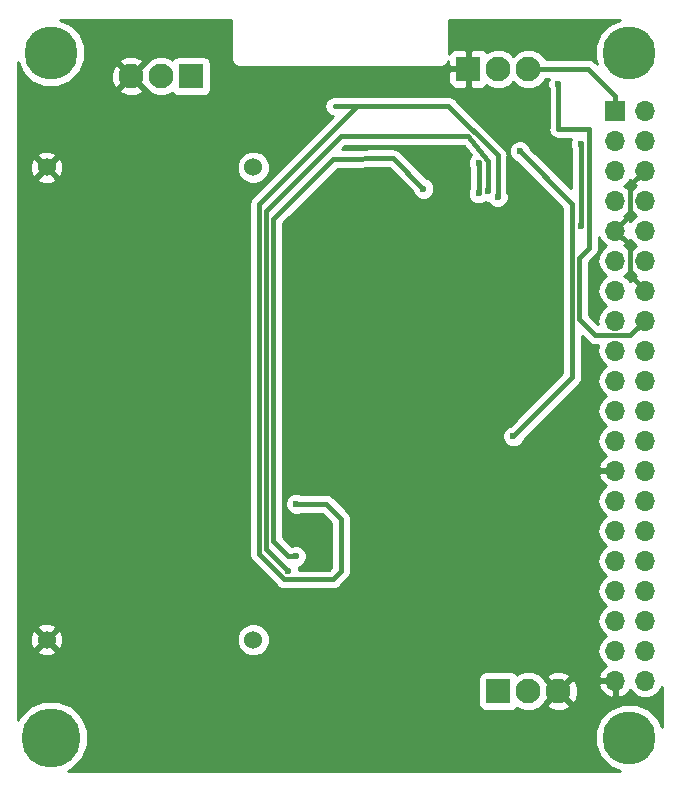
<source format=gbl>
%TF.GenerationSoftware,KiCad,Pcbnew,5.0.2-bee76a0~70~ubuntu18.10.1*%
%TF.CreationDate,2019-11-15T11:24:18+01:00*%
%TF.ProjectId,Busmaster_001,4275736d-6173-4746-9572-5f3030312e6b,rev?*%
%TF.SameCoordinates,Original*%
%TF.FileFunction,Copper,L2,Bot*%
%TF.FilePolarity,Positive*%
%FSLAX46Y46*%
G04 Gerber Fmt 4.6, Leading zero omitted, Abs format (unit mm)*
G04 Created by KiCad (PCBNEW 5.0.2-bee76a0~70~ubuntu18.10.1) date Fr 15 Nov 2019 11:24:18 CET*
%MOMM*%
%LPD*%
G01*
G04 APERTURE LIST*
%ADD10O,1.700000X1.700000*%
%ADD11R,1.700000X1.700000*%
%ADD12C,1.524000*%
%ADD13C,5.000000*%
%ADD14C,4.500000*%
%ADD15C,2.100000*%
%ADD16R,2.100000X2.100000*%
%ADD17C,0.600000*%
%ADD18C,0.400000*%
%ADD19C,0.254000*%
G04 APERTURE END LIST*
D10*
X79740000Y-138160000D03*
X77200000Y-138160000D03*
X79740000Y-135620000D03*
X77200000Y-135620000D03*
X79740000Y-133080000D03*
X77200000Y-133080000D03*
X79740000Y-130540000D03*
X77200000Y-130540000D03*
X79740000Y-128000000D03*
X77200000Y-128000000D03*
X79740000Y-125460000D03*
X77200000Y-125460000D03*
X79740000Y-122920000D03*
X77200000Y-122920000D03*
X79740000Y-120380000D03*
X77200000Y-120380000D03*
X79740000Y-117840000D03*
X77200000Y-117840000D03*
X79740000Y-115300000D03*
X77200000Y-115300000D03*
X79740000Y-112760000D03*
X77200000Y-112760000D03*
X79740000Y-110220000D03*
X77200000Y-110220000D03*
X79740000Y-107680000D03*
X77200000Y-107680000D03*
X79740000Y-105140000D03*
X77200000Y-105140000D03*
X79740000Y-102600000D03*
X77200000Y-102600000D03*
X79740000Y-100060000D03*
X77200000Y-100060000D03*
X79740000Y-97520000D03*
X77200000Y-97520000D03*
X79740000Y-94980000D03*
X77200000Y-94980000D03*
X79740000Y-92440000D03*
X77200000Y-92440000D03*
X79740000Y-89900000D03*
D11*
X77200000Y-89900000D03*
D12*
X46550000Y-94700000D03*
X29050000Y-94700000D03*
X29050000Y-134700000D03*
X46550000Y-134700000D03*
D13*
X29400000Y-143000000D03*
D14*
X78400000Y-143000000D03*
X29400000Y-85000000D03*
X78400000Y-85000000D03*
D15*
X72390000Y-139065000D03*
X69850000Y-139065000D03*
D16*
X67310000Y-139065000D03*
X41275000Y-86995000D03*
D15*
X38735000Y-86995000D03*
X36195000Y-86995000D03*
D16*
X64770000Y-86360000D03*
D15*
X67310000Y-86360000D03*
X69850000Y-86360000D03*
D17*
X74295000Y-99695000D03*
X74295000Y-92710000D03*
X59690000Y-128905000D03*
X66675000Y-129540000D03*
X64205000Y-102940000D03*
X72390000Y-99695000D03*
X71755000Y-125095000D03*
X75854999Y-106390001D03*
X74295000Y-114300000D03*
X74005001Y-126710001D03*
X74640001Y-131790001D03*
X59055000Y-97790000D03*
X53340000Y-97155000D03*
X63500000Y-142240000D03*
X68580000Y-112395000D03*
X74930000Y-83820000D03*
X72390000Y-107950000D03*
X65640000Y-96920000D03*
X65640000Y-94380000D03*
X69122500Y-93345000D03*
X68580000Y-117475000D03*
X67240000Y-97225000D03*
X50165000Y-123190000D03*
X66440000Y-96755000D03*
X49530000Y-128905000D03*
X50165000Y-127635000D03*
X60960000Y-96520000D03*
X72390000Y-87630000D03*
D18*
X74295000Y-94615000D02*
X74295000Y-92710000D01*
X74295000Y-99695000D02*
X74295000Y-94615000D01*
X78049999Y-99210001D02*
X77200000Y-100060000D01*
X78489999Y-98770001D02*
X78049999Y-99210001D01*
X78489999Y-96230001D02*
X78489999Y-98770001D01*
X79740000Y-94980000D02*
X78489999Y-96230001D01*
X78890001Y-104290001D02*
X79740000Y-105140000D01*
X78450001Y-103850001D02*
X78890001Y-104290001D01*
X78450001Y-101310001D02*
X78450001Y-103850001D01*
X77200000Y-100060000D02*
X78450001Y-101310001D01*
X65640000Y-96920000D02*
X65640000Y-94380000D01*
X73567500Y-112487500D02*
X68580000Y-117475000D01*
X69122500Y-93345000D02*
X73567500Y-97790000D01*
X73567500Y-97790000D02*
X73567500Y-112487500D01*
X67240000Y-93696458D02*
X63078542Y-89535000D01*
X67240000Y-97225000D02*
X67240000Y-93696458D01*
X49193999Y-129605001D02*
X53274999Y-129605001D01*
X47024991Y-127435993D02*
X49193999Y-129605001D01*
X53274999Y-129605001D02*
X53975000Y-128905000D01*
X53975000Y-128905000D02*
X53975000Y-124460000D01*
X53975000Y-124460000D02*
X52705000Y-123190000D01*
X52705000Y-123190000D02*
X50165000Y-123190000D01*
X47024991Y-127435993D02*
X47024991Y-97824991D01*
X55314982Y-89535000D02*
X55880000Y-89535000D01*
X47024991Y-97824991D02*
X55314982Y-89535000D01*
X63078542Y-89535000D02*
X55880000Y-89535000D01*
X55880000Y-89535000D02*
X53434762Y-89535000D01*
X47625000Y-98425000D02*
X47625000Y-127000000D01*
X53975000Y-92075000D02*
X47625000Y-98425000D01*
X64770000Y-92075000D02*
X53975000Y-92075000D01*
X47625000Y-127000000D02*
X49530000Y-128905000D01*
X66440000Y-96755000D02*
X66440000Y-94143998D01*
X66440000Y-94143998D02*
X64770000Y-92075000D01*
X58385010Y-93945010D02*
X60960000Y-96520000D01*
X53340000Y-93980000D02*
X58385010Y-93945010D01*
X48260000Y-126365000D02*
X48260000Y-99060000D01*
X50165000Y-127635000D02*
X49530000Y-127635000D01*
X48260000Y-99060000D02*
X53340000Y-93980000D01*
X49530000Y-127635000D02*
X48260000Y-126365000D01*
X72390000Y-87630000D02*
X72390000Y-87630000D01*
X75508999Y-108930001D02*
X78489999Y-108930001D01*
X74167510Y-107588512D02*
X75508999Y-108930001D01*
X74167510Y-102362490D02*
X74167510Y-107588512D01*
X72390000Y-87630000D02*
X72390000Y-91440000D01*
X78489999Y-108930001D02*
X79740000Y-107680000D01*
X74995001Y-101534999D02*
X74167510Y-102362490D01*
X72390000Y-91440000D02*
X74930000Y-91440000D01*
X74995001Y-91505001D02*
X74995001Y-101534999D01*
X74930000Y-91440000D02*
X74995001Y-91505001D01*
X77200000Y-88650000D02*
X77200000Y-89900000D01*
X74910000Y-86360000D02*
X77200000Y-88650000D01*
X74910000Y-86360000D02*
X69850000Y-86360000D01*
D19*
G36*
X44690001Y-85430070D02*
X44676091Y-85500000D01*
X44731195Y-85777028D01*
X44888119Y-86011881D01*
X45122972Y-86168805D01*
X45330074Y-86210000D01*
X45330075Y-86210000D01*
X45400000Y-86223909D01*
X45469926Y-86210000D01*
X62330074Y-86210000D01*
X62400000Y-86223909D01*
X62469925Y-86210000D01*
X62469926Y-86210000D01*
X62677028Y-86168805D01*
X62911881Y-86011881D01*
X63068805Y-85777028D01*
X63085000Y-85695610D01*
X63085000Y-86074250D01*
X63243750Y-86233000D01*
X64643000Y-86233000D01*
X64643000Y-84833750D01*
X64484250Y-84675000D01*
X63593691Y-84675000D01*
X63360302Y-84771673D01*
X63181673Y-84950301D01*
X63110000Y-85123335D01*
X63110000Y-82210000D01*
X77596788Y-82210000D01*
X76765779Y-82554216D01*
X75954216Y-83365779D01*
X75515000Y-84426138D01*
X75515000Y-85573862D01*
X75663685Y-85932817D01*
X75558587Y-85827720D01*
X75512001Y-85757999D01*
X75235801Y-85573448D01*
X74992237Y-85525000D01*
X74992233Y-85525000D01*
X74910000Y-85508643D01*
X74827767Y-85525000D01*
X71327963Y-85525000D01*
X71278474Y-85405524D01*
X70804476Y-84931526D01*
X70185167Y-84675000D01*
X69514833Y-84675000D01*
X68895524Y-84931526D01*
X68580000Y-85247050D01*
X68264476Y-84931526D01*
X67645167Y-84675000D01*
X66974833Y-84675000D01*
X66355524Y-84931526D01*
X66347538Y-84939512D01*
X66179698Y-84771673D01*
X65946309Y-84675000D01*
X65055750Y-84675000D01*
X64897000Y-84833750D01*
X64897000Y-86233000D01*
X64917000Y-86233000D01*
X64917000Y-86487000D01*
X64897000Y-86487000D01*
X64897000Y-87886250D01*
X65055750Y-88045000D01*
X65946309Y-88045000D01*
X66179698Y-87948327D01*
X66347538Y-87780488D01*
X66355524Y-87788474D01*
X66974833Y-88045000D01*
X67645167Y-88045000D01*
X68264476Y-87788474D01*
X68580000Y-87472950D01*
X68895524Y-87788474D01*
X69514833Y-88045000D01*
X70185167Y-88045000D01*
X70804476Y-87788474D01*
X71278474Y-87314476D01*
X71327963Y-87195000D01*
X71558146Y-87195000D01*
X71455000Y-87444017D01*
X71455000Y-87815983D01*
X71555000Y-88057405D01*
X71555001Y-91357758D01*
X71538642Y-91440000D01*
X71603448Y-91765801D01*
X71787999Y-92042001D01*
X72064199Y-92226552D01*
X72307763Y-92275000D01*
X72390000Y-92291358D01*
X72472237Y-92275000D01*
X73463146Y-92275000D01*
X73360000Y-92524017D01*
X73360000Y-92895983D01*
X73460001Y-93137407D01*
X73460000Y-94697236D01*
X73460001Y-94697241D01*
X73460001Y-96501632D01*
X70015156Y-93056789D01*
X69915155Y-92815365D01*
X69652135Y-92552345D01*
X69308483Y-92410000D01*
X68936517Y-92410000D01*
X68592865Y-92552345D01*
X68329845Y-92815365D01*
X68187500Y-93159017D01*
X68187500Y-93530983D01*
X68329845Y-93874635D01*
X68592865Y-94137655D01*
X68834289Y-94237656D01*
X72732500Y-98135869D01*
X72732501Y-112141631D01*
X68291789Y-116582344D01*
X68050365Y-116682345D01*
X67787345Y-116945365D01*
X67645000Y-117289017D01*
X67645000Y-117660983D01*
X67787345Y-118004635D01*
X68050365Y-118267655D01*
X68394017Y-118410000D01*
X68765983Y-118410000D01*
X69109635Y-118267655D01*
X69372655Y-118004635D01*
X69472656Y-117763211D01*
X74099783Y-113136085D01*
X74169501Y-113089501D01*
X74354052Y-112813301D01*
X74402500Y-112569737D01*
X74402500Y-112569734D01*
X74418857Y-112487501D01*
X74402500Y-112405268D01*
X74402500Y-109004370D01*
X74860414Y-109462283D01*
X74906998Y-109532002D01*
X75183198Y-109716553D01*
X75508999Y-109781359D01*
X75591236Y-109765001D01*
X75776413Y-109765001D01*
X75685908Y-110220000D01*
X75801161Y-110799418D01*
X76129375Y-111290625D01*
X76427761Y-111490000D01*
X76129375Y-111689375D01*
X75801161Y-112180582D01*
X75685908Y-112760000D01*
X75801161Y-113339418D01*
X76129375Y-113830625D01*
X76427761Y-114030000D01*
X76129375Y-114229375D01*
X75801161Y-114720582D01*
X75685908Y-115300000D01*
X75801161Y-115879418D01*
X76129375Y-116370625D01*
X76427761Y-116570000D01*
X76129375Y-116769375D01*
X75801161Y-117260582D01*
X75685908Y-117840000D01*
X75801161Y-118419418D01*
X76129375Y-118910625D01*
X76448478Y-119123843D01*
X76318642Y-119184817D01*
X75928355Y-119613076D01*
X75758524Y-120023110D01*
X75879845Y-120253000D01*
X77073000Y-120253000D01*
X77073000Y-120233000D01*
X77327000Y-120233000D01*
X77327000Y-120253000D01*
X77347000Y-120253000D01*
X77347000Y-120507000D01*
X77327000Y-120507000D01*
X77327000Y-120527000D01*
X77073000Y-120527000D01*
X77073000Y-120507000D01*
X75879845Y-120507000D01*
X75758524Y-120736890D01*
X75928355Y-121146924D01*
X76318642Y-121575183D01*
X76448478Y-121636157D01*
X76129375Y-121849375D01*
X75801161Y-122340582D01*
X75685908Y-122920000D01*
X75801161Y-123499418D01*
X76129375Y-123990625D01*
X76427761Y-124190000D01*
X76129375Y-124389375D01*
X75801161Y-124880582D01*
X75685908Y-125460000D01*
X75801161Y-126039418D01*
X76129375Y-126530625D01*
X76427761Y-126730000D01*
X76129375Y-126929375D01*
X75801161Y-127420582D01*
X75685908Y-128000000D01*
X75801161Y-128579418D01*
X76129375Y-129070625D01*
X76427761Y-129270000D01*
X76129375Y-129469375D01*
X75801161Y-129960582D01*
X75685908Y-130540000D01*
X75801161Y-131119418D01*
X76129375Y-131610625D01*
X76427761Y-131810000D01*
X76129375Y-132009375D01*
X75801161Y-132500582D01*
X75685908Y-133080000D01*
X75801161Y-133659418D01*
X76129375Y-134150625D01*
X76427761Y-134350000D01*
X76129375Y-134549375D01*
X75801161Y-135040582D01*
X75685908Y-135620000D01*
X75801161Y-136199418D01*
X76129375Y-136690625D01*
X76448478Y-136903843D01*
X76318642Y-136964817D01*
X75928355Y-137393076D01*
X75758524Y-137803110D01*
X75879845Y-138033000D01*
X77073000Y-138033000D01*
X77073000Y-138013000D01*
X77327000Y-138013000D01*
X77327000Y-138033000D01*
X77347000Y-138033000D01*
X77347000Y-138287000D01*
X77327000Y-138287000D01*
X77327000Y-139480819D01*
X77556892Y-139601486D01*
X78081358Y-139355183D01*
X78468647Y-138930214D01*
X78669375Y-139230625D01*
X79160582Y-139558839D01*
X79593744Y-139645000D01*
X79886256Y-139645000D01*
X80319418Y-139558839D01*
X80810625Y-139230625D01*
X81138839Y-138739418D01*
X81153000Y-138668226D01*
X81153000Y-142107462D01*
X80845784Y-141365779D01*
X80034221Y-140554216D01*
X78973862Y-140115000D01*
X77826138Y-140115000D01*
X76765779Y-140554216D01*
X75954216Y-141365779D01*
X75515000Y-142426138D01*
X75515000Y-143573862D01*
X75954216Y-144634221D01*
X76765779Y-145445784D01*
X77596788Y-145790000D01*
X30856493Y-145790000D01*
X31175835Y-145657724D01*
X32057724Y-144775835D01*
X32535000Y-143623590D01*
X32535000Y-142376410D01*
X32057724Y-141224165D01*
X31175835Y-140342276D01*
X30023590Y-139865000D01*
X28776410Y-139865000D01*
X27624165Y-140342276D01*
X26742276Y-141224165D01*
X26610000Y-141543507D01*
X26610000Y-138015000D01*
X65612560Y-138015000D01*
X65612560Y-140115000D01*
X65661843Y-140362765D01*
X65802191Y-140572809D01*
X66012235Y-140713157D01*
X66260000Y-140762440D01*
X68360000Y-140762440D01*
X68607765Y-140713157D01*
X68817809Y-140572809D01*
X68880715Y-140478665D01*
X68895524Y-140493474D01*
X69514833Y-140750000D01*
X70185167Y-140750000D01*
X70804476Y-140493474D01*
X71044247Y-140253703D01*
X71380902Y-140253703D01*
X71485687Y-140525745D01*
X72113526Y-140760619D01*
X72783456Y-140737349D01*
X73294313Y-140525745D01*
X73399098Y-140253703D01*
X72390000Y-139244605D01*
X71380902Y-140253703D01*
X71044247Y-140253703D01*
X71278474Y-140019476D01*
X71294423Y-139980972D01*
X72210395Y-139065000D01*
X72569605Y-139065000D01*
X73578703Y-140074098D01*
X73850745Y-139969313D01*
X74085619Y-139341474D01*
X74062349Y-138671544D01*
X73998290Y-138516890D01*
X75758524Y-138516890D01*
X75928355Y-138926924D01*
X76318642Y-139355183D01*
X76843108Y-139601486D01*
X77073000Y-139480819D01*
X77073000Y-138287000D01*
X75879845Y-138287000D01*
X75758524Y-138516890D01*
X73998290Y-138516890D01*
X73850745Y-138160687D01*
X73578703Y-138055902D01*
X72569605Y-139065000D01*
X72210395Y-139065000D01*
X71294423Y-138149028D01*
X71278474Y-138110524D01*
X71044247Y-137876297D01*
X71380902Y-137876297D01*
X72390000Y-138885395D01*
X73399098Y-137876297D01*
X73294313Y-137604255D01*
X72666474Y-137369381D01*
X71996544Y-137392651D01*
X71485687Y-137604255D01*
X71380902Y-137876297D01*
X71044247Y-137876297D01*
X70804476Y-137636526D01*
X70185167Y-137380000D01*
X69514833Y-137380000D01*
X68895524Y-137636526D01*
X68880715Y-137651335D01*
X68817809Y-137557191D01*
X68607765Y-137416843D01*
X68360000Y-137367560D01*
X66260000Y-137367560D01*
X66012235Y-137416843D01*
X65802191Y-137557191D01*
X65661843Y-137767235D01*
X65612560Y-138015000D01*
X26610000Y-138015000D01*
X26610000Y-135680213D01*
X28249392Y-135680213D01*
X28318857Y-135922397D01*
X28842302Y-136109144D01*
X29397368Y-136081362D01*
X29781143Y-135922397D01*
X29850608Y-135680213D01*
X29050000Y-134879605D01*
X28249392Y-135680213D01*
X26610000Y-135680213D01*
X26610000Y-134492302D01*
X27640856Y-134492302D01*
X27668638Y-135047368D01*
X27827603Y-135431143D01*
X28069787Y-135500608D01*
X28870395Y-134700000D01*
X29229605Y-134700000D01*
X30030213Y-135500608D01*
X30272397Y-135431143D01*
X30459144Y-134907698D01*
X30434840Y-134422119D01*
X45153000Y-134422119D01*
X45153000Y-134977881D01*
X45365680Y-135491337D01*
X45758663Y-135884320D01*
X46272119Y-136097000D01*
X46827881Y-136097000D01*
X47341337Y-135884320D01*
X47734320Y-135491337D01*
X47947000Y-134977881D01*
X47947000Y-134422119D01*
X47734320Y-133908663D01*
X47341337Y-133515680D01*
X46827881Y-133303000D01*
X46272119Y-133303000D01*
X45758663Y-133515680D01*
X45365680Y-133908663D01*
X45153000Y-134422119D01*
X30434840Y-134422119D01*
X30431362Y-134352632D01*
X30272397Y-133968857D01*
X30030213Y-133899392D01*
X29229605Y-134700000D01*
X28870395Y-134700000D01*
X28069787Y-133899392D01*
X27827603Y-133968857D01*
X27640856Y-134492302D01*
X26610000Y-134492302D01*
X26610000Y-133719787D01*
X28249392Y-133719787D01*
X29050000Y-134520395D01*
X29850608Y-133719787D01*
X29781143Y-133477603D01*
X29257698Y-133290856D01*
X28702632Y-133318638D01*
X28318857Y-133477603D01*
X28249392Y-133719787D01*
X26610000Y-133719787D01*
X26610000Y-97824991D01*
X46173634Y-97824991D01*
X46189992Y-97907229D01*
X46189991Y-127353760D01*
X46173634Y-127435993D01*
X46189991Y-127518226D01*
X46189991Y-127518229D01*
X46238439Y-127761793D01*
X46422990Y-128037994D01*
X46492711Y-128084580D01*
X48545414Y-130137284D01*
X48591998Y-130207002D01*
X48868198Y-130391553D01*
X49111762Y-130440001D01*
X49193999Y-130456359D01*
X49276236Y-130440001D01*
X53192766Y-130440001D01*
X53274999Y-130456358D01*
X53357232Y-130440001D01*
X53357236Y-130440001D01*
X53600800Y-130391553D01*
X53877000Y-130207002D01*
X53923586Y-130137281D01*
X54507284Y-129553584D01*
X54577001Y-129507001D01*
X54761552Y-129230801D01*
X54810000Y-128987237D01*
X54810000Y-128987236D01*
X54826358Y-128905000D01*
X54810000Y-128822763D01*
X54810000Y-124542232D01*
X54826357Y-124459999D01*
X54810000Y-124377766D01*
X54810000Y-124377763D01*
X54761552Y-124134199D01*
X54577001Y-123857999D01*
X54507282Y-123811415D01*
X53353587Y-122657720D01*
X53307001Y-122587999D01*
X53030801Y-122403448D01*
X52787237Y-122355000D01*
X52787233Y-122355000D01*
X52705000Y-122338643D01*
X52622767Y-122355000D01*
X50592405Y-122355000D01*
X50350983Y-122255000D01*
X49979017Y-122255000D01*
X49635365Y-122397345D01*
X49372345Y-122660365D01*
X49230000Y-123004017D01*
X49230000Y-123375983D01*
X49372345Y-123719635D01*
X49635365Y-123982655D01*
X49979017Y-124125000D01*
X50350983Y-124125000D01*
X50592405Y-124025000D01*
X52359133Y-124025000D01*
X53140001Y-124805869D01*
X53140000Y-128559132D01*
X52929132Y-128770001D01*
X50465000Y-128770001D01*
X50465000Y-128719017D01*
X50395617Y-128551512D01*
X50694635Y-128427655D01*
X50957655Y-128164635D01*
X51100000Y-127820983D01*
X51100000Y-127449017D01*
X50957655Y-127105365D01*
X50694635Y-126842345D01*
X50350983Y-126700000D01*
X49979017Y-126700000D01*
X49835369Y-126759501D01*
X49095000Y-126019133D01*
X49095000Y-99405867D01*
X53688264Y-94812604D01*
X58041545Y-94782412D01*
X60067345Y-96808213D01*
X60167345Y-97049635D01*
X60430365Y-97312655D01*
X60774017Y-97455000D01*
X61145983Y-97455000D01*
X61489635Y-97312655D01*
X61752655Y-97049635D01*
X61895000Y-96705983D01*
X61895000Y-96334017D01*
X61752655Y-95990365D01*
X61489635Y-95727345D01*
X61248213Y-95627345D01*
X59031528Y-93410661D01*
X58982821Y-93338849D01*
X58846522Y-93249138D01*
X58710810Y-93158458D01*
X58707858Y-93157871D01*
X58705347Y-93156218D01*
X58545069Y-93125490D01*
X58385010Y-93093653D01*
X58299909Y-93110580D01*
X54091097Y-93139771D01*
X54320868Y-92910000D01*
X64370911Y-92910000D01*
X65003715Y-93693995D01*
X64847345Y-93850365D01*
X64705000Y-94194017D01*
X64705000Y-94565983D01*
X64805001Y-94807407D01*
X64805000Y-96492595D01*
X64705000Y-96734017D01*
X64705000Y-97105983D01*
X64847345Y-97449635D01*
X65110365Y-97712655D01*
X65454017Y-97855000D01*
X65825983Y-97855000D01*
X66169635Y-97712655D01*
X66210369Y-97671921D01*
X66254017Y-97690000D01*
X66420572Y-97690000D01*
X66447345Y-97754635D01*
X66710365Y-98017655D01*
X67054017Y-98160000D01*
X67425983Y-98160000D01*
X67769635Y-98017655D01*
X68032655Y-97754635D01*
X68175000Y-97410983D01*
X68175000Y-97039017D01*
X68075000Y-96797595D01*
X68075000Y-93778690D01*
X68091357Y-93696457D01*
X68075000Y-93614224D01*
X68075000Y-93614221D01*
X68026552Y-93370657D01*
X67981345Y-93303000D01*
X67888584Y-93164173D01*
X67888583Y-93164172D01*
X67842001Y-93094457D01*
X67772286Y-93047875D01*
X63727129Y-89002720D01*
X63680543Y-88932999D01*
X63404343Y-88748448D01*
X63160779Y-88700000D01*
X63160775Y-88700000D01*
X63078542Y-88683643D01*
X62996309Y-88700000D01*
X55397219Y-88700000D01*
X55314982Y-88683642D01*
X55232745Y-88700000D01*
X53352525Y-88700000D01*
X53108961Y-88748448D01*
X52832761Y-88932999D01*
X52648210Y-89209199D01*
X52583404Y-89535000D01*
X52648210Y-89860801D01*
X52832761Y-90137001D01*
X53108961Y-90321552D01*
X53307976Y-90361139D01*
X46492709Y-97176406D01*
X46422991Y-97222990D01*
X46376407Y-97292708D01*
X46238439Y-97499191D01*
X46173634Y-97824991D01*
X26610000Y-97824991D01*
X26610000Y-95680213D01*
X28249392Y-95680213D01*
X28318857Y-95922397D01*
X28842302Y-96109144D01*
X29397368Y-96081362D01*
X29781143Y-95922397D01*
X29850608Y-95680213D01*
X29050000Y-94879605D01*
X28249392Y-95680213D01*
X26610000Y-95680213D01*
X26610000Y-94492302D01*
X27640856Y-94492302D01*
X27668638Y-95047368D01*
X27827603Y-95431143D01*
X28069787Y-95500608D01*
X28870395Y-94700000D01*
X29229605Y-94700000D01*
X30030213Y-95500608D01*
X30272397Y-95431143D01*
X30459144Y-94907698D01*
X30434840Y-94422119D01*
X45153000Y-94422119D01*
X45153000Y-94977881D01*
X45365680Y-95491337D01*
X45758663Y-95884320D01*
X46272119Y-96097000D01*
X46827881Y-96097000D01*
X47341337Y-95884320D01*
X47734320Y-95491337D01*
X47947000Y-94977881D01*
X47947000Y-94422119D01*
X47734320Y-93908663D01*
X47341337Y-93515680D01*
X46827881Y-93303000D01*
X46272119Y-93303000D01*
X45758663Y-93515680D01*
X45365680Y-93908663D01*
X45153000Y-94422119D01*
X30434840Y-94422119D01*
X30431362Y-94352632D01*
X30272397Y-93968857D01*
X30030213Y-93899392D01*
X29229605Y-94700000D01*
X28870395Y-94700000D01*
X28069787Y-93899392D01*
X27827603Y-93968857D01*
X27640856Y-94492302D01*
X26610000Y-94492302D01*
X26610000Y-93719787D01*
X28249392Y-93719787D01*
X29050000Y-94520395D01*
X29850608Y-93719787D01*
X29781143Y-93477603D01*
X29257698Y-93290856D01*
X28702632Y-93318638D01*
X28318857Y-93477603D01*
X28249392Y-93719787D01*
X26610000Y-93719787D01*
X26610000Y-88183703D01*
X35185902Y-88183703D01*
X35290687Y-88455745D01*
X35918526Y-88690619D01*
X36588456Y-88667349D01*
X37099313Y-88455745D01*
X37204098Y-88183703D01*
X36195000Y-87174605D01*
X35185902Y-88183703D01*
X26610000Y-88183703D01*
X26610000Y-85803212D01*
X26954216Y-86634221D01*
X27765779Y-87445784D01*
X28826138Y-87885000D01*
X29973862Y-87885000D01*
X31034221Y-87445784D01*
X31761479Y-86718526D01*
X34499381Y-86718526D01*
X34522651Y-87388456D01*
X34734255Y-87899313D01*
X35006297Y-88004098D01*
X36015395Y-86995000D01*
X36374605Y-86995000D01*
X37290577Y-87910972D01*
X37306526Y-87949476D01*
X37780524Y-88423474D01*
X38399833Y-88680000D01*
X39070167Y-88680000D01*
X39689476Y-88423474D01*
X39704285Y-88408665D01*
X39767191Y-88502809D01*
X39977235Y-88643157D01*
X40225000Y-88692440D01*
X42325000Y-88692440D01*
X42572765Y-88643157D01*
X42782809Y-88502809D01*
X42923157Y-88292765D01*
X42972440Y-88045000D01*
X42972440Y-86645750D01*
X63085000Y-86645750D01*
X63085000Y-87536310D01*
X63181673Y-87769699D01*
X63360302Y-87948327D01*
X63593691Y-88045000D01*
X64484250Y-88045000D01*
X64643000Y-87886250D01*
X64643000Y-86487000D01*
X63243750Y-86487000D01*
X63085000Y-86645750D01*
X42972440Y-86645750D01*
X42972440Y-85945000D01*
X42923157Y-85697235D01*
X42782809Y-85487191D01*
X42572765Y-85346843D01*
X42325000Y-85297560D01*
X40225000Y-85297560D01*
X39977235Y-85346843D01*
X39767191Y-85487191D01*
X39704285Y-85581335D01*
X39689476Y-85566526D01*
X39070167Y-85310000D01*
X38399833Y-85310000D01*
X37780524Y-85566526D01*
X37306526Y-86040524D01*
X37290577Y-86079028D01*
X36374605Y-86995000D01*
X36015395Y-86995000D01*
X35006297Y-85985902D01*
X34734255Y-86090687D01*
X34499381Y-86718526D01*
X31761479Y-86718526D01*
X31845784Y-86634221D01*
X32188722Y-85806297D01*
X35185902Y-85806297D01*
X36195000Y-86815395D01*
X37204098Y-85806297D01*
X37099313Y-85534255D01*
X36471474Y-85299381D01*
X35801544Y-85322651D01*
X35290687Y-85534255D01*
X35185902Y-85806297D01*
X32188722Y-85806297D01*
X32285000Y-85573862D01*
X32285000Y-84426138D01*
X31845784Y-83365779D01*
X31034221Y-82554216D01*
X30203212Y-82210000D01*
X44690000Y-82210000D01*
X44690001Y-85430070D01*
X44690001Y-85430070D01*
G37*
X44690001Y-85430070D02*
X44676091Y-85500000D01*
X44731195Y-85777028D01*
X44888119Y-86011881D01*
X45122972Y-86168805D01*
X45330074Y-86210000D01*
X45330075Y-86210000D01*
X45400000Y-86223909D01*
X45469926Y-86210000D01*
X62330074Y-86210000D01*
X62400000Y-86223909D01*
X62469925Y-86210000D01*
X62469926Y-86210000D01*
X62677028Y-86168805D01*
X62911881Y-86011881D01*
X63068805Y-85777028D01*
X63085000Y-85695610D01*
X63085000Y-86074250D01*
X63243750Y-86233000D01*
X64643000Y-86233000D01*
X64643000Y-84833750D01*
X64484250Y-84675000D01*
X63593691Y-84675000D01*
X63360302Y-84771673D01*
X63181673Y-84950301D01*
X63110000Y-85123335D01*
X63110000Y-82210000D01*
X77596788Y-82210000D01*
X76765779Y-82554216D01*
X75954216Y-83365779D01*
X75515000Y-84426138D01*
X75515000Y-85573862D01*
X75663685Y-85932817D01*
X75558587Y-85827720D01*
X75512001Y-85757999D01*
X75235801Y-85573448D01*
X74992237Y-85525000D01*
X74992233Y-85525000D01*
X74910000Y-85508643D01*
X74827767Y-85525000D01*
X71327963Y-85525000D01*
X71278474Y-85405524D01*
X70804476Y-84931526D01*
X70185167Y-84675000D01*
X69514833Y-84675000D01*
X68895524Y-84931526D01*
X68580000Y-85247050D01*
X68264476Y-84931526D01*
X67645167Y-84675000D01*
X66974833Y-84675000D01*
X66355524Y-84931526D01*
X66347538Y-84939512D01*
X66179698Y-84771673D01*
X65946309Y-84675000D01*
X65055750Y-84675000D01*
X64897000Y-84833750D01*
X64897000Y-86233000D01*
X64917000Y-86233000D01*
X64917000Y-86487000D01*
X64897000Y-86487000D01*
X64897000Y-87886250D01*
X65055750Y-88045000D01*
X65946309Y-88045000D01*
X66179698Y-87948327D01*
X66347538Y-87780488D01*
X66355524Y-87788474D01*
X66974833Y-88045000D01*
X67645167Y-88045000D01*
X68264476Y-87788474D01*
X68580000Y-87472950D01*
X68895524Y-87788474D01*
X69514833Y-88045000D01*
X70185167Y-88045000D01*
X70804476Y-87788474D01*
X71278474Y-87314476D01*
X71327963Y-87195000D01*
X71558146Y-87195000D01*
X71455000Y-87444017D01*
X71455000Y-87815983D01*
X71555000Y-88057405D01*
X71555001Y-91357758D01*
X71538642Y-91440000D01*
X71603448Y-91765801D01*
X71787999Y-92042001D01*
X72064199Y-92226552D01*
X72307763Y-92275000D01*
X72390000Y-92291358D01*
X72472237Y-92275000D01*
X73463146Y-92275000D01*
X73360000Y-92524017D01*
X73360000Y-92895983D01*
X73460001Y-93137407D01*
X73460000Y-94697236D01*
X73460001Y-94697241D01*
X73460001Y-96501632D01*
X70015156Y-93056789D01*
X69915155Y-92815365D01*
X69652135Y-92552345D01*
X69308483Y-92410000D01*
X68936517Y-92410000D01*
X68592865Y-92552345D01*
X68329845Y-92815365D01*
X68187500Y-93159017D01*
X68187500Y-93530983D01*
X68329845Y-93874635D01*
X68592865Y-94137655D01*
X68834289Y-94237656D01*
X72732500Y-98135869D01*
X72732501Y-112141631D01*
X68291789Y-116582344D01*
X68050365Y-116682345D01*
X67787345Y-116945365D01*
X67645000Y-117289017D01*
X67645000Y-117660983D01*
X67787345Y-118004635D01*
X68050365Y-118267655D01*
X68394017Y-118410000D01*
X68765983Y-118410000D01*
X69109635Y-118267655D01*
X69372655Y-118004635D01*
X69472656Y-117763211D01*
X74099783Y-113136085D01*
X74169501Y-113089501D01*
X74354052Y-112813301D01*
X74402500Y-112569737D01*
X74402500Y-112569734D01*
X74418857Y-112487501D01*
X74402500Y-112405268D01*
X74402500Y-109004370D01*
X74860414Y-109462283D01*
X74906998Y-109532002D01*
X75183198Y-109716553D01*
X75508999Y-109781359D01*
X75591236Y-109765001D01*
X75776413Y-109765001D01*
X75685908Y-110220000D01*
X75801161Y-110799418D01*
X76129375Y-111290625D01*
X76427761Y-111490000D01*
X76129375Y-111689375D01*
X75801161Y-112180582D01*
X75685908Y-112760000D01*
X75801161Y-113339418D01*
X76129375Y-113830625D01*
X76427761Y-114030000D01*
X76129375Y-114229375D01*
X75801161Y-114720582D01*
X75685908Y-115300000D01*
X75801161Y-115879418D01*
X76129375Y-116370625D01*
X76427761Y-116570000D01*
X76129375Y-116769375D01*
X75801161Y-117260582D01*
X75685908Y-117840000D01*
X75801161Y-118419418D01*
X76129375Y-118910625D01*
X76448478Y-119123843D01*
X76318642Y-119184817D01*
X75928355Y-119613076D01*
X75758524Y-120023110D01*
X75879845Y-120253000D01*
X77073000Y-120253000D01*
X77073000Y-120233000D01*
X77327000Y-120233000D01*
X77327000Y-120253000D01*
X77347000Y-120253000D01*
X77347000Y-120507000D01*
X77327000Y-120507000D01*
X77327000Y-120527000D01*
X77073000Y-120527000D01*
X77073000Y-120507000D01*
X75879845Y-120507000D01*
X75758524Y-120736890D01*
X75928355Y-121146924D01*
X76318642Y-121575183D01*
X76448478Y-121636157D01*
X76129375Y-121849375D01*
X75801161Y-122340582D01*
X75685908Y-122920000D01*
X75801161Y-123499418D01*
X76129375Y-123990625D01*
X76427761Y-124190000D01*
X76129375Y-124389375D01*
X75801161Y-124880582D01*
X75685908Y-125460000D01*
X75801161Y-126039418D01*
X76129375Y-126530625D01*
X76427761Y-126730000D01*
X76129375Y-126929375D01*
X75801161Y-127420582D01*
X75685908Y-128000000D01*
X75801161Y-128579418D01*
X76129375Y-129070625D01*
X76427761Y-129270000D01*
X76129375Y-129469375D01*
X75801161Y-129960582D01*
X75685908Y-130540000D01*
X75801161Y-131119418D01*
X76129375Y-131610625D01*
X76427761Y-131810000D01*
X76129375Y-132009375D01*
X75801161Y-132500582D01*
X75685908Y-133080000D01*
X75801161Y-133659418D01*
X76129375Y-134150625D01*
X76427761Y-134350000D01*
X76129375Y-134549375D01*
X75801161Y-135040582D01*
X75685908Y-135620000D01*
X75801161Y-136199418D01*
X76129375Y-136690625D01*
X76448478Y-136903843D01*
X76318642Y-136964817D01*
X75928355Y-137393076D01*
X75758524Y-137803110D01*
X75879845Y-138033000D01*
X77073000Y-138033000D01*
X77073000Y-138013000D01*
X77327000Y-138013000D01*
X77327000Y-138033000D01*
X77347000Y-138033000D01*
X77347000Y-138287000D01*
X77327000Y-138287000D01*
X77327000Y-139480819D01*
X77556892Y-139601486D01*
X78081358Y-139355183D01*
X78468647Y-138930214D01*
X78669375Y-139230625D01*
X79160582Y-139558839D01*
X79593744Y-139645000D01*
X79886256Y-139645000D01*
X80319418Y-139558839D01*
X80810625Y-139230625D01*
X81138839Y-138739418D01*
X81153000Y-138668226D01*
X81153000Y-142107462D01*
X80845784Y-141365779D01*
X80034221Y-140554216D01*
X78973862Y-140115000D01*
X77826138Y-140115000D01*
X76765779Y-140554216D01*
X75954216Y-141365779D01*
X75515000Y-142426138D01*
X75515000Y-143573862D01*
X75954216Y-144634221D01*
X76765779Y-145445784D01*
X77596788Y-145790000D01*
X30856493Y-145790000D01*
X31175835Y-145657724D01*
X32057724Y-144775835D01*
X32535000Y-143623590D01*
X32535000Y-142376410D01*
X32057724Y-141224165D01*
X31175835Y-140342276D01*
X30023590Y-139865000D01*
X28776410Y-139865000D01*
X27624165Y-140342276D01*
X26742276Y-141224165D01*
X26610000Y-141543507D01*
X26610000Y-138015000D01*
X65612560Y-138015000D01*
X65612560Y-140115000D01*
X65661843Y-140362765D01*
X65802191Y-140572809D01*
X66012235Y-140713157D01*
X66260000Y-140762440D01*
X68360000Y-140762440D01*
X68607765Y-140713157D01*
X68817809Y-140572809D01*
X68880715Y-140478665D01*
X68895524Y-140493474D01*
X69514833Y-140750000D01*
X70185167Y-140750000D01*
X70804476Y-140493474D01*
X71044247Y-140253703D01*
X71380902Y-140253703D01*
X71485687Y-140525745D01*
X72113526Y-140760619D01*
X72783456Y-140737349D01*
X73294313Y-140525745D01*
X73399098Y-140253703D01*
X72390000Y-139244605D01*
X71380902Y-140253703D01*
X71044247Y-140253703D01*
X71278474Y-140019476D01*
X71294423Y-139980972D01*
X72210395Y-139065000D01*
X72569605Y-139065000D01*
X73578703Y-140074098D01*
X73850745Y-139969313D01*
X74085619Y-139341474D01*
X74062349Y-138671544D01*
X73998290Y-138516890D01*
X75758524Y-138516890D01*
X75928355Y-138926924D01*
X76318642Y-139355183D01*
X76843108Y-139601486D01*
X77073000Y-139480819D01*
X77073000Y-138287000D01*
X75879845Y-138287000D01*
X75758524Y-138516890D01*
X73998290Y-138516890D01*
X73850745Y-138160687D01*
X73578703Y-138055902D01*
X72569605Y-139065000D01*
X72210395Y-139065000D01*
X71294423Y-138149028D01*
X71278474Y-138110524D01*
X71044247Y-137876297D01*
X71380902Y-137876297D01*
X72390000Y-138885395D01*
X73399098Y-137876297D01*
X73294313Y-137604255D01*
X72666474Y-137369381D01*
X71996544Y-137392651D01*
X71485687Y-137604255D01*
X71380902Y-137876297D01*
X71044247Y-137876297D01*
X70804476Y-137636526D01*
X70185167Y-137380000D01*
X69514833Y-137380000D01*
X68895524Y-137636526D01*
X68880715Y-137651335D01*
X68817809Y-137557191D01*
X68607765Y-137416843D01*
X68360000Y-137367560D01*
X66260000Y-137367560D01*
X66012235Y-137416843D01*
X65802191Y-137557191D01*
X65661843Y-137767235D01*
X65612560Y-138015000D01*
X26610000Y-138015000D01*
X26610000Y-135680213D01*
X28249392Y-135680213D01*
X28318857Y-135922397D01*
X28842302Y-136109144D01*
X29397368Y-136081362D01*
X29781143Y-135922397D01*
X29850608Y-135680213D01*
X29050000Y-134879605D01*
X28249392Y-135680213D01*
X26610000Y-135680213D01*
X26610000Y-134492302D01*
X27640856Y-134492302D01*
X27668638Y-135047368D01*
X27827603Y-135431143D01*
X28069787Y-135500608D01*
X28870395Y-134700000D01*
X29229605Y-134700000D01*
X30030213Y-135500608D01*
X30272397Y-135431143D01*
X30459144Y-134907698D01*
X30434840Y-134422119D01*
X45153000Y-134422119D01*
X45153000Y-134977881D01*
X45365680Y-135491337D01*
X45758663Y-135884320D01*
X46272119Y-136097000D01*
X46827881Y-136097000D01*
X47341337Y-135884320D01*
X47734320Y-135491337D01*
X47947000Y-134977881D01*
X47947000Y-134422119D01*
X47734320Y-133908663D01*
X47341337Y-133515680D01*
X46827881Y-133303000D01*
X46272119Y-133303000D01*
X45758663Y-133515680D01*
X45365680Y-133908663D01*
X45153000Y-134422119D01*
X30434840Y-134422119D01*
X30431362Y-134352632D01*
X30272397Y-133968857D01*
X30030213Y-133899392D01*
X29229605Y-134700000D01*
X28870395Y-134700000D01*
X28069787Y-133899392D01*
X27827603Y-133968857D01*
X27640856Y-134492302D01*
X26610000Y-134492302D01*
X26610000Y-133719787D01*
X28249392Y-133719787D01*
X29050000Y-134520395D01*
X29850608Y-133719787D01*
X29781143Y-133477603D01*
X29257698Y-133290856D01*
X28702632Y-133318638D01*
X28318857Y-133477603D01*
X28249392Y-133719787D01*
X26610000Y-133719787D01*
X26610000Y-97824991D01*
X46173634Y-97824991D01*
X46189992Y-97907229D01*
X46189991Y-127353760D01*
X46173634Y-127435993D01*
X46189991Y-127518226D01*
X46189991Y-127518229D01*
X46238439Y-127761793D01*
X46422990Y-128037994D01*
X46492711Y-128084580D01*
X48545414Y-130137284D01*
X48591998Y-130207002D01*
X48868198Y-130391553D01*
X49111762Y-130440001D01*
X49193999Y-130456359D01*
X49276236Y-130440001D01*
X53192766Y-130440001D01*
X53274999Y-130456358D01*
X53357232Y-130440001D01*
X53357236Y-130440001D01*
X53600800Y-130391553D01*
X53877000Y-130207002D01*
X53923586Y-130137281D01*
X54507284Y-129553584D01*
X54577001Y-129507001D01*
X54761552Y-129230801D01*
X54810000Y-128987237D01*
X54810000Y-128987236D01*
X54826358Y-128905000D01*
X54810000Y-128822763D01*
X54810000Y-124542232D01*
X54826357Y-124459999D01*
X54810000Y-124377766D01*
X54810000Y-124377763D01*
X54761552Y-124134199D01*
X54577001Y-123857999D01*
X54507282Y-123811415D01*
X53353587Y-122657720D01*
X53307001Y-122587999D01*
X53030801Y-122403448D01*
X52787237Y-122355000D01*
X52787233Y-122355000D01*
X52705000Y-122338643D01*
X52622767Y-122355000D01*
X50592405Y-122355000D01*
X50350983Y-122255000D01*
X49979017Y-122255000D01*
X49635365Y-122397345D01*
X49372345Y-122660365D01*
X49230000Y-123004017D01*
X49230000Y-123375983D01*
X49372345Y-123719635D01*
X49635365Y-123982655D01*
X49979017Y-124125000D01*
X50350983Y-124125000D01*
X50592405Y-124025000D01*
X52359133Y-124025000D01*
X53140001Y-124805869D01*
X53140000Y-128559132D01*
X52929132Y-128770001D01*
X50465000Y-128770001D01*
X50465000Y-128719017D01*
X50395617Y-128551512D01*
X50694635Y-128427655D01*
X50957655Y-128164635D01*
X51100000Y-127820983D01*
X51100000Y-127449017D01*
X50957655Y-127105365D01*
X50694635Y-126842345D01*
X50350983Y-126700000D01*
X49979017Y-126700000D01*
X49835369Y-126759501D01*
X49095000Y-126019133D01*
X49095000Y-99405867D01*
X53688264Y-94812604D01*
X58041545Y-94782412D01*
X60067345Y-96808213D01*
X60167345Y-97049635D01*
X60430365Y-97312655D01*
X60774017Y-97455000D01*
X61145983Y-97455000D01*
X61489635Y-97312655D01*
X61752655Y-97049635D01*
X61895000Y-96705983D01*
X61895000Y-96334017D01*
X61752655Y-95990365D01*
X61489635Y-95727345D01*
X61248213Y-95627345D01*
X59031528Y-93410661D01*
X58982821Y-93338849D01*
X58846522Y-93249138D01*
X58710810Y-93158458D01*
X58707858Y-93157871D01*
X58705347Y-93156218D01*
X58545069Y-93125490D01*
X58385010Y-93093653D01*
X58299909Y-93110580D01*
X54091097Y-93139771D01*
X54320868Y-92910000D01*
X64370911Y-92910000D01*
X65003715Y-93693995D01*
X64847345Y-93850365D01*
X64705000Y-94194017D01*
X64705000Y-94565983D01*
X64805001Y-94807407D01*
X64805000Y-96492595D01*
X64705000Y-96734017D01*
X64705000Y-97105983D01*
X64847345Y-97449635D01*
X65110365Y-97712655D01*
X65454017Y-97855000D01*
X65825983Y-97855000D01*
X66169635Y-97712655D01*
X66210369Y-97671921D01*
X66254017Y-97690000D01*
X66420572Y-97690000D01*
X66447345Y-97754635D01*
X66710365Y-98017655D01*
X67054017Y-98160000D01*
X67425983Y-98160000D01*
X67769635Y-98017655D01*
X68032655Y-97754635D01*
X68175000Y-97410983D01*
X68175000Y-97039017D01*
X68075000Y-96797595D01*
X68075000Y-93778690D01*
X68091357Y-93696457D01*
X68075000Y-93614224D01*
X68075000Y-93614221D01*
X68026552Y-93370657D01*
X67981345Y-93303000D01*
X67888584Y-93164173D01*
X67888583Y-93164172D01*
X67842001Y-93094457D01*
X67772286Y-93047875D01*
X63727129Y-89002720D01*
X63680543Y-88932999D01*
X63404343Y-88748448D01*
X63160779Y-88700000D01*
X63160775Y-88700000D01*
X63078542Y-88683643D01*
X62996309Y-88700000D01*
X55397219Y-88700000D01*
X55314982Y-88683642D01*
X55232745Y-88700000D01*
X53352525Y-88700000D01*
X53108961Y-88748448D01*
X52832761Y-88932999D01*
X52648210Y-89209199D01*
X52583404Y-89535000D01*
X52648210Y-89860801D01*
X52832761Y-90137001D01*
X53108961Y-90321552D01*
X53307976Y-90361139D01*
X46492709Y-97176406D01*
X46422991Y-97222990D01*
X46376407Y-97292708D01*
X46238439Y-97499191D01*
X46173634Y-97824991D01*
X26610000Y-97824991D01*
X26610000Y-95680213D01*
X28249392Y-95680213D01*
X28318857Y-95922397D01*
X28842302Y-96109144D01*
X29397368Y-96081362D01*
X29781143Y-95922397D01*
X29850608Y-95680213D01*
X29050000Y-94879605D01*
X28249392Y-95680213D01*
X26610000Y-95680213D01*
X26610000Y-94492302D01*
X27640856Y-94492302D01*
X27668638Y-95047368D01*
X27827603Y-95431143D01*
X28069787Y-95500608D01*
X28870395Y-94700000D01*
X29229605Y-94700000D01*
X30030213Y-95500608D01*
X30272397Y-95431143D01*
X30459144Y-94907698D01*
X30434840Y-94422119D01*
X45153000Y-94422119D01*
X45153000Y-94977881D01*
X45365680Y-95491337D01*
X45758663Y-95884320D01*
X46272119Y-96097000D01*
X46827881Y-96097000D01*
X47341337Y-95884320D01*
X47734320Y-95491337D01*
X47947000Y-94977881D01*
X47947000Y-94422119D01*
X47734320Y-93908663D01*
X47341337Y-93515680D01*
X46827881Y-93303000D01*
X46272119Y-93303000D01*
X45758663Y-93515680D01*
X45365680Y-93908663D01*
X45153000Y-94422119D01*
X30434840Y-94422119D01*
X30431362Y-94352632D01*
X30272397Y-93968857D01*
X30030213Y-93899392D01*
X29229605Y-94700000D01*
X28870395Y-94700000D01*
X28069787Y-93899392D01*
X27827603Y-93968857D01*
X27640856Y-94492302D01*
X26610000Y-94492302D01*
X26610000Y-93719787D01*
X28249392Y-93719787D01*
X29050000Y-94520395D01*
X29850608Y-93719787D01*
X29781143Y-93477603D01*
X29257698Y-93290856D01*
X28702632Y-93318638D01*
X28318857Y-93477603D01*
X28249392Y-93719787D01*
X26610000Y-93719787D01*
X26610000Y-88183703D01*
X35185902Y-88183703D01*
X35290687Y-88455745D01*
X35918526Y-88690619D01*
X36588456Y-88667349D01*
X37099313Y-88455745D01*
X37204098Y-88183703D01*
X36195000Y-87174605D01*
X35185902Y-88183703D01*
X26610000Y-88183703D01*
X26610000Y-85803212D01*
X26954216Y-86634221D01*
X27765779Y-87445784D01*
X28826138Y-87885000D01*
X29973862Y-87885000D01*
X31034221Y-87445784D01*
X31761479Y-86718526D01*
X34499381Y-86718526D01*
X34522651Y-87388456D01*
X34734255Y-87899313D01*
X35006297Y-88004098D01*
X36015395Y-86995000D01*
X36374605Y-86995000D01*
X37290577Y-87910972D01*
X37306526Y-87949476D01*
X37780524Y-88423474D01*
X38399833Y-88680000D01*
X39070167Y-88680000D01*
X39689476Y-88423474D01*
X39704285Y-88408665D01*
X39767191Y-88502809D01*
X39977235Y-88643157D01*
X40225000Y-88692440D01*
X42325000Y-88692440D01*
X42572765Y-88643157D01*
X42782809Y-88502809D01*
X42923157Y-88292765D01*
X42972440Y-88045000D01*
X42972440Y-86645750D01*
X63085000Y-86645750D01*
X63085000Y-87536310D01*
X63181673Y-87769699D01*
X63360302Y-87948327D01*
X63593691Y-88045000D01*
X64484250Y-88045000D01*
X64643000Y-87886250D01*
X64643000Y-86487000D01*
X63243750Y-86487000D01*
X63085000Y-86645750D01*
X42972440Y-86645750D01*
X42972440Y-85945000D01*
X42923157Y-85697235D01*
X42782809Y-85487191D01*
X42572765Y-85346843D01*
X42325000Y-85297560D01*
X40225000Y-85297560D01*
X39977235Y-85346843D01*
X39767191Y-85487191D01*
X39704285Y-85581335D01*
X39689476Y-85566526D01*
X39070167Y-85310000D01*
X38399833Y-85310000D01*
X37780524Y-85566526D01*
X37306526Y-86040524D01*
X37290577Y-86079028D01*
X36374605Y-86995000D01*
X36015395Y-86995000D01*
X35006297Y-85985902D01*
X34734255Y-86090687D01*
X34499381Y-86718526D01*
X31761479Y-86718526D01*
X31845784Y-86634221D01*
X32188722Y-85806297D01*
X35185902Y-85806297D01*
X36195000Y-86815395D01*
X37204098Y-85806297D01*
X37099313Y-85534255D01*
X36471474Y-85299381D01*
X35801544Y-85322651D01*
X35290687Y-85534255D01*
X35185902Y-85806297D01*
X32188722Y-85806297D01*
X32285000Y-85573862D01*
X32285000Y-84426138D01*
X31845784Y-83365779D01*
X31034221Y-82554216D01*
X30203212Y-82210000D01*
X44690000Y-82210000D01*
X44690001Y-85430070D01*
G36*
X79867000Y-130413000D02*
X79887000Y-130413000D01*
X79887000Y-130667000D01*
X79867000Y-130667000D01*
X79867000Y-130687000D01*
X79613000Y-130687000D01*
X79613000Y-130667000D01*
X79593000Y-130667000D01*
X79593000Y-130413000D01*
X79613000Y-130413000D01*
X79613000Y-130393000D01*
X79867000Y-130393000D01*
X79867000Y-130413000D01*
X79867000Y-130413000D01*
G37*
X79867000Y-130413000D02*
X79887000Y-130413000D01*
X79887000Y-130667000D01*
X79867000Y-130667000D01*
X79867000Y-130687000D01*
X79613000Y-130687000D01*
X79613000Y-130667000D01*
X79593000Y-130667000D01*
X79593000Y-130413000D01*
X79613000Y-130413000D01*
X79613000Y-130393000D01*
X79867000Y-130393000D01*
X79867000Y-130413000D01*
G36*
X79867000Y-125333000D02*
X79887000Y-125333000D01*
X79887000Y-125587000D01*
X79867000Y-125587000D01*
X79867000Y-125607000D01*
X79613000Y-125607000D01*
X79613000Y-125587000D01*
X79593000Y-125587000D01*
X79593000Y-125333000D01*
X79613000Y-125333000D01*
X79613000Y-125313000D01*
X79867000Y-125313000D01*
X79867000Y-125333000D01*
X79867000Y-125333000D01*
G37*
X79867000Y-125333000D02*
X79887000Y-125333000D01*
X79887000Y-125587000D01*
X79867000Y-125587000D01*
X79867000Y-125607000D01*
X79613000Y-125607000D01*
X79613000Y-125587000D01*
X79593000Y-125587000D01*
X79593000Y-125333000D01*
X79613000Y-125333000D01*
X79613000Y-125313000D01*
X79867000Y-125313000D01*
X79867000Y-125333000D01*
G36*
X79867000Y-112633000D02*
X79887000Y-112633000D01*
X79887000Y-112887000D01*
X79867000Y-112887000D01*
X79867000Y-112907000D01*
X79613000Y-112907000D01*
X79613000Y-112887000D01*
X79593000Y-112887000D01*
X79593000Y-112633000D01*
X79613000Y-112633000D01*
X79613000Y-112613000D01*
X79867000Y-112613000D01*
X79867000Y-112633000D01*
X79867000Y-112633000D01*
G37*
X79867000Y-112633000D02*
X79887000Y-112633000D01*
X79887000Y-112887000D01*
X79867000Y-112887000D01*
X79867000Y-112907000D01*
X79613000Y-112907000D01*
X79613000Y-112887000D01*
X79593000Y-112887000D01*
X79593000Y-112633000D01*
X79613000Y-112633000D01*
X79613000Y-112613000D01*
X79867000Y-112613000D01*
X79867000Y-112633000D01*
G36*
X75928355Y-100826924D02*
X76318642Y-101255183D01*
X76448478Y-101316157D01*
X76129375Y-101529375D01*
X75801161Y-102020582D01*
X75685908Y-102600000D01*
X75801161Y-103179418D01*
X76129375Y-103670625D01*
X76427761Y-103870000D01*
X76129375Y-104069375D01*
X75801161Y-104560582D01*
X75685908Y-105140000D01*
X75801161Y-105719418D01*
X76129375Y-106210625D01*
X76427761Y-106410000D01*
X76129375Y-106609375D01*
X75801161Y-107100582D01*
X75685908Y-107680000D01*
X75747001Y-107987135D01*
X75002510Y-107242645D01*
X75002510Y-102708357D01*
X75527283Y-102183585D01*
X75597002Y-102137000D01*
X75781553Y-101860800D01*
X75830001Y-101617236D01*
X75830001Y-101617232D01*
X75846358Y-101534999D01*
X75830001Y-101452766D01*
X75830001Y-100589462D01*
X75928355Y-100826924D01*
X75928355Y-100826924D01*
G37*
X75928355Y-100826924D02*
X76318642Y-101255183D01*
X76448478Y-101316157D01*
X76129375Y-101529375D01*
X75801161Y-102020582D01*
X75685908Y-102600000D01*
X75801161Y-103179418D01*
X76129375Y-103670625D01*
X76427761Y-103870000D01*
X76129375Y-104069375D01*
X75801161Y-104560582D01*
X75685908Y-105140000D01*
X75801161Y-105719418D01*
X76129375Y-106210625D01*
X76427761Y-106410000D01*
X76129375Y-106609375D01*
X75801161Y-107100582D01*
X75685908Y-107680000D01*
X75747001Y-107987135D01*
X75002510Y-107242645D01*
X75002510Y-102708357D01*
X75527283Y-102183585D01*
X75597002Y-102137000D01*
X75781553Y-101860800D01*
X75830001Y-101617236D01*
X75830001Y-101617232D01*
X75846358Y-101534999D01*
X75830001Y-101452766D01*
X75830001Y-100589462D01*
X75928355Y-100826924D01*
G36*
X79867000Y-105013000D02*
X79887000Y-105013000D01*
X79887000Y-105267000D01*
X79867000Y-105267000D01*
X79867000Y-105287000D01*
X79613000Y-105287000D01*
X79613000Y-105267000D01*
X79593000Y-105267000D01*
X79593000Y-105013000D01*
X79613000Y-105013000D01*
X79613000Y-104993000D01*
X79867000Y-104993000D01*
X79867000Y-105013000D01*
X79867000Y-105013000D01*
G37*
X79867000Y-105013000D02*
X79887000Y-105013000D01*
X79887000Y-105267000D01*
X79867000Y-105267000D01*
X79867000Y-105287000D01*
X79613000Y-105287000D01*
X79613000Y-105267000D01*
X79593000Y-105267000D01*
X79593000Y-105013000D01*
X79613000Y-105013000D01*
X79613000Y-104993000D01*
X79867000Y-104993000D01*
X79867000Y-105013000D01*
G36*
X78669375Y-103670625D02*
X78988478Y-103883843D01*
X78858642Y-103944817D01*
X78471353Y-104369786D01*
X78270625Y-104069375D01*
X77972239Y-103870000D01*
X78270625Y-103670625D01*
X78470000Y-103372239D01*
X78669375Y-103670625D01*
X78669375Y-103670625D01*
G37*
X78669375Y-103670625D02*
X78988478Y-103883843D01*
X78858642Y-103944817D01*
X78471353Y-104369786D01*
X78270625Y-104069375D01*
X77972239Y-103870000D01*
X78270625Y-103670625D01*
X78470000Y-103372239D01*
X78669375Y-103670625D01*
G36*
X78669375Y-101130625D02*
X78967761Y-101330000D01*
X78669375Y-101529375D01*
X78470000Y-101827761D01*
X78270625Y-101529375D01*
X77951522Y-101316157D01*
X78081358Y-101255183D01*
X78468647Y-100830214D01*
X78669375Y-101130625D01*
X78669375Y-101130625D01*
G37*
X78669375Y-101130625D02*
X78967761Y-101330000D01*
X78669375Y-101529375D01*
X78470000Y-101827761D01*
X78270625Y-101529375D01*
X77951522Y-101316157D01*
X78081358Y-101255183D01*
X78468647Y-100830214D01*
X78669375Y-101130625D01*
G36*
X77327000Y-99933000D02*
X77347000Y-99933000D01*
X77347000Y-100187000D01*
X77327000Y-100187000D01*
X77327000Y-100207000D01*
X77073000Y-100207000D01*
X77073000Y-100187000D01*
X77053000Y-100187000D01*
X77053000Y-99933000D01*
X77073000Y-99933000D01*
X77073000Y-99913000D01*
X77327000Y-99913000D01*
X77327000Y-99933000D01*
X77327000Y-99933000D01*
G37*
X77327000Y-99933000D02*
X77347000Y-99933000D01*
X77347000Y-100187000D01*
X77327000Y-100187000D01*
X77327000Y-100207000D01*
X77073000Y-100207000D01*
X77073000Y-100187000D01*
X77053000Y-100187000D01*
X77053000Y-99933000D01*
X77073000Y-99933000D01*
X77073000Y-99913000D01*
X77327000Y-99913000D01*
X77327000Y-99933000D01*
G36*
X78669375Y-98590625D02*
X78967761Y-98790000D01*
X78669375Y-98989375D01*
X78468647Y-99289786D01*
X78081358Y-98864817D01*
X77951522Y-98803843D01*
X78270625Y-98590625D01*
X78470000Y-98292239D01*
X78669375Y-98590625D01*
X78669375Y-98590625D01*
G37*
X78669375Y-98590625D02*
X78967761Y-98790000D01*
X78669375Y-98989375D01*
X78468647Y-99289786D01*
X78081358Y-98864817D01*
X77951522Y-98803843D01*
X78270625Y-98590625D01*
X78470000Y-98292239D01*
X78669375Y-98590625D01*
G36*
X78858642Y-96175183D02*
X78988478Y-96236157D01*
X78669375Y-96449375D01*
X78470000Y-96747761D01*
X78270625Y-96449375D01*
X77972239Y-96250000D01*
X78270625Y-96050625D01*
X78471353Y-95750214D01*
X78858642Y-96175183D01*
X78858642Y-96175183D01*
G37*
X78858642Y-96175183D02*
X78988478Y-96236157D01*
X78669375Y-96449375D01*
X78470000Y-96747761D01*
X78270625Y-96449375D01*
X77972239Y-96250000D01*
X78270625Y-96050625D01*
X78471353Y-95750214D01*
X78858642Y-96175183D01*
G36*
X79867000Y-94853000D02*
X79887000Y-94853000D01*
X79887000Y-95107000D01*
X79867000Y-95107000D01*
X79867000Y-95127000D01*
X79613000Y-95127000D01*
X79613000Y-95107000D01*
X79593000Y-95107000D01*
X79593000Y-94853000D01*
X79613000Y-94853000D01*
X79613000Y-94833000D01*
X79867000Y-94833000D01*
X79867000Y-94853000D01*
X79867000Y-94853000D01*
G37*
X79867000Y-94853000D02*
X79887000Y-94853000D01*
X79887000Y-95107000D01*
X79867000Y-95107000D01*
X79867000Y-95127000D01*
X79613000Y-95127000D01*
X79613000Y-95107000D01*
X79593000Y-95107000D01*
X79593000Y-94853000D01*
X79613000Y-94853000D01*
X79613000Y-94833000D01*
X79867000Y-94833000D01*
X79867000Y-94853000D01*
M02*

</source>
